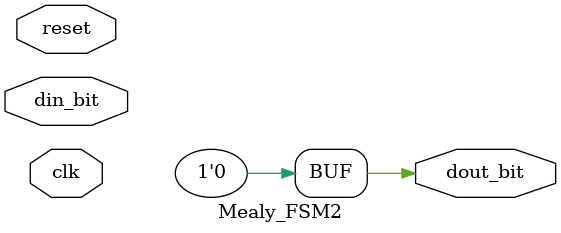
<source format=v>
`timescale 1ns / 1ps

module Mealy_FSM2( 
    input clk,
    input reset, input din_bit,
    output dout_bit 
    );

    reg state_reg, next_state;
 

    // 상태 선언
    parameter start = 3'b000;
    parameter ST1 = 3'b001;
    parameter ST2 = 3'b010;
    parameter ST3 = 3'b011;
    parameter ST4 = 3'b100;
    
    // 다음 상태 결정을 위한 always 조합 회로 블록
    always @(state_reg or din_bit) begin
        case(state_reg)
        start :     if      (din_bit ==0)      next_state = ST1;        // state: 0 input:  0 -> 1
                    else if (din_bit ==1)      next_state = start;      // state: 0 input:  1 -> 0
                    else                       next_state = start;      // state: 0 input:    -> 0
        ST1 :       if      (din_bit ==0)      next_state = ST1;        // state: 0 input:  0 -> 1
                    else if (din_bit ==1)      next_state = ST2;        // state: 0 input:  1 -> 2
                    else                       next_state = start;      // state: 1 input:    -> 0
        ST2 :       if      (din_bit ==0)      next_state = ST1;        // state: 0 input:  0 -> 1
                    else if (din_bit ==1)      next_state = ST3;        // state: 0 input:  1 -> 3
                    else                       next_state = start;      // state: 0 input:    -> 0
        ST3 :       if      (din_bit ==0)      next_state = ST4;        // state: 0 input:  0 -> 4
                    else if (din_bit ==1)      next_state = start;      // state: 0 input:  1 -> 0
                    else                       next_state = start;      // state: 1 input:    -> 0
        ST4 :       if      (din_bit ==0)      next_state = ST1;        // state: 1 input:  0 -> 1
                    else if (din_bit ==1)      next_state = ST2;        // state: 1 input:  1 -> 2
                    else                       next_state = start;      // state: 1 input:    -> 0
        default :                              next_state = start;      //                   -> 0
        endcase 
    end


    // 상태 레지스터를 위한 always 순차 회로 블록
    always @(posedge clk, posedge reset) begin
        if (reset ==1 )  state_reg <= start; 
        else            state_reg <= next_state;
    end

    // Output combinational logic 출력값 결정
    assign dout_bit = ((state_reg == ST3 )&& (din_bit ==0)) ? 1:0;

endmodule
</source>
